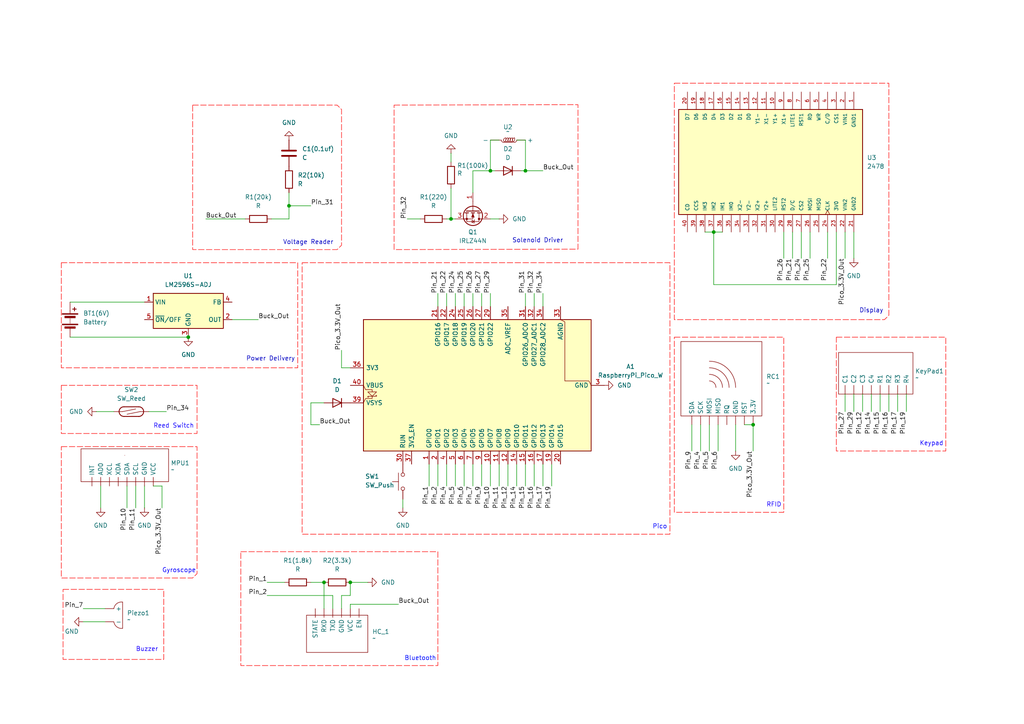
<source format=kicad_sch>
(kicad_sch (version 20250114) (generator "eeschema") (generator_version "9.0")
  (paper "A4")
  (lib_symbols
    (symbol "2478:2478" (pin_names (offset 1.016))
      (property "Reference" "U" (at -15.2631 28.6183 0))
      (property "Value" "2478" (at -15.262 -27.9803 0))
      (symbol "2478_0_0"
        (rectangle (start -15.24 -25.4) (end 15.24 27.94) (stroke (width 0.254)) (fill (type background)))
        (pin power_in line (at -20.32 25.4 0) (length 5.08) (name "GND1") (number "1"))
        (pin power_in line (at -20.32 22.86 0) (length 5.08) (name "VIN1") (number "2"))
        (pin input line (at -20.32 20.32 0) (length 5.08) (name "CS1") (number "3"))
        (pin input line (at -20.32 17.78 0) (length 5.08) (name "C/D") (number "4"))
        (pin input line (at -20.32 15.24 0) (length 5.08) (name "WR") (number "5"))
        (pin input line (at -20.32 12.7 0) (length 5.08) (name "RD") (number "6"))
        (pin input line (at -20.32 10.16 0) (length 5.08) (name "RST1") (number "7"))
        (pin input line (at -20.32 7.62 0) (length 5.08) (name "LITE1") (number "8"))
        (pin output line (at -20.32 5.08 0) (length 5.08) (name "X1+") (number "9"))
        (pin output line (at -20.32 2.54 0) (length 5.08) (name "Y1+") (number "10"))
        (pin output line (at -20.32 0 0) (length 5.08) (name "X1-") (number "11"))
        (pin output line (at -20.32 -2.54 0) (length 5.08) (name "Y1-") (number "12"))
        (pin bidirectional line (at -20.32 -5.08 0) (length 5.08) (name "D0") (number "13"))
        (pin bidirectional line (at -20.32 -7.62 0) (length 5.08) (name "D1") (number "14"))
        (pin bidirectional line (at -20.32 -10.16 0) (length 5.08) (name "D2") (number "15"))
        (pin bidirectional line (at -20.32 -12.7 0) (length 5.08) (name "D3") (number "16"))
        (pin bidirectional line (at -20.32 -15.24 0) (length 5.08) (name "D4") (number "17"))
        (pin bidirectional line (at -20.32 -17.78 0) (length 5.08) (name "D5") (number "18"))
        (pin bidirectional line (at -20.32 -20.32 0) (length 5.08) (name "D6") (number "19"))
        (pin bidirectional line (at -20.32 -22.86 0) (length 5.08) (name "D7") (number "20"))
        (pin power_in line (at 20.32 25.4 180) (length 5.08) (name "GND2") (number "21"))
        (pin power_in line (at 20.32 22.86 180) (length 5.08) (name "VIN2") (number "22"))
        (pin output line (at 20.32 20.32 180) (length 5.08) (name "3V0") (number "23"))
        (pin input clock (at 20.32 17.78 180) (length 5.08) (name "CLK") (number "24"))
        (pin output line (at 20.32 15.24 180) (length 5.08) (name "MISO") (number "25"))
        (pin input line (at 20.32 12.7 180) (length 5.08) (name "MOSI") (number "26"))
        (pin input line (at 20.32 10.16 180) (length 5.08) (name "CS2") (number "27"))
        (pin input line (at 20.32 7.62 180) (length 5.08) (name "D/C") (number "28"))
        (pin input line (at 20.32 5.08 180) (length 5.08) (name "RST2") (number "29"))
        (pin input line (at 20.32 2.54 180) (length 5.08) (name "LITE2") (number "30"))
        (pin output line (at 20.32 0 180) (length 5.08) (name "Y2+") (number "31"))
        (pin output line (at 20.32 -2.54 180) (length 5.08) (name "X2+") (number "32"))
        (pin output line (at 20.32 -5.08 180) (length 5.08) (name "Y2-") (number "33"))
        (pin output line (at 20.32 -7.62 180) (length 5.08) (name "X2-") (number "34"))
        (pin input line (at 20.32 -10.16 180) (length 5.08) (name "IM0") (number "35"))
        (pin input line (at 20.32 -12.7 180) (length 5.08) (name "IM1") (number "36"))
        (pin input line (at 20.32 -15.24 180) (length 5.08) (name "IM2") (number "37"))
        (pin input line (at 20.32 -17.78 180) (length 5.08) (name "IM3") (number "38"))
        (pin input line (at 20.32 -20.32 180) (length 5.08) (name "CCS") (number "39"))
        (pin output line (at 20.32 -22.86 180) (length 5.08) (name "CD") (number "40"))
      )
    )
    (symbol "Custom:4x4Keypad"
      (property "Reference" "KeyPad" (at 0 0 0))
      (symbol "4x4Keypad_0_1"
        (rectangle (start -10.795 1.905) (end 10.795 -10.16))
      )
      (symbol "4x4Keypad_1_1"
        (pin input line (at -8.89 -10.16 90) (length 2.54) (name "C1") (number ""))
        (pin input line (at -6.35 -10.16 90) (length 2.54) (name "C2") (number ""))
        (pin input line (at -3.81 -10.16 90) (length 2.54) (name "C3") (number ""))
        (pin input line (at -1.27 -10.16 90) (length 2.54) (name "C4") (number ""))
        (pin input line (at 1.27 -10.16 90) (length 2.54) (name "R1") (number ""))
        (pin input line (at 3.81 -10.16 90) (length 2.54) (name "R2") (number ""))
        (pin input line (at 6.35 -10.16 90) (length 2.54) (name "R3") (number ""))
        (pin input line (at 8.89 -10.16 90) (length 2.54) (name "R4") (number ""))
      )
    )
    (symbol "Custom:HC_05"
      (property "Reference" "HC_05" (at 0 0 0))
      (symbol "HC_05_0_1"
        (rectangle (start -8.89 1.27) (end 8.89 -9.525))
      )
      (symbol "HC_05_1_1"
        (pin input line (at -6.35 -11.43 90) (length 2.54) (name "EN") (number ""))
        (pin input line (at -3.81 -11.43 90) (length 2.54) (name "VCC") (number ""))
        (pin input line (at -1.27 -11.43 90) (length 2.54) (name "GND") (number ""))
        (pin input line (at 1.27 -11.43 90) (length 2.54) (name "TXD") (number ""))
        (pin input line (at 3.81 -11.43 90) (length 2.54) (name "RXD") (number ""))
        (pin input line (at 6.35 -11.43 90) (length 2.54) (name "STATE") (number ""))
      )
    )
    (symbol "Custom:HW-123"
      (property "Reference" "MPU" (at 0 0 0))
      (symbol "HW-123_0_1"
        (rectangle (start -12.065 1.905) (end 13.335 -7.62))
        (rectangle (start 0.635 0) (end 0.635 0))
      )
      (symbol "HW-123_1_1"
        (pin input line (at -8.89 -8.89 90) (length 2.54) (name "INT") (number ""))
        (pin input line (at -6.35 -8.89 90) (length 2.54) (name "AD0") (number ""))
        (pin input line (at -3.81 -8.89 90) (length 2.54) (name "XCL") (number ""))
        (pin input line (at -1.27 -8.89 90) (length 2.54) (name "XDA") (number ""))
        (pin input line (at 1.27 -8.89 90) (length 2.54) (name "SDA") (number ""))
        (pin input line (at 3.81 -8.89 90) (length 2.54) (name "SCL") (number ""))
        (pin input line (at 6.35 -8.89 90) (length 2.54) (name "GND") (number ""))
        (pin input line (at 8.89 -8.89 90) (length 2.54) (name "VCC") (number ""))
      )
    )
    (symbol "Custom:Piezo_Buzzer"
      (property "Reference" "Piezo" (at 0 0 0))
      (symbol "Piezo_Buzzer_0_1"
        (arc (start 1.27 -2.54) (mid 2.1455 -1.0614) (end 3.81 -0.635))
        (arc (start 3.81 -8.255) (mid 2.1455 -7.8286) (end 1.27 -6.35))
        (polyline (pts (xy 3.81 -0.635) (xy 3.81 -8.255)))
      )
      (symbol "Piezo_Buzzer_1_1"
        (pin input line (at -1.27 -2.54 0) (length 2.54) (name "+") (number ""))
        (pin input line (at -1.27 -6.35 0) (length 2.54) (name "-") (number ""))
      )
    )
    (symbol "Custom:RFID_RC522"
      (property "Reference" "RC552" (at 3.556 6.858 0))
      (symbol "RFID_RC522_0_1"
        (arc (start 0 1.27) (mid 4.0411 -0.4039) (end 5.715 -4.445))
        (arc (start 0 -2.54) (mid 1.347 -3.098) (end 1.905 -4.445))
        (arc (start 0 -0.635) (mid 2.6941 -1.7509) (end 3.81 -4.445))
        (arc (start 0 3.175) (mid 5.3882 0.9432) (end 7.62 -4.445))
        (rectangle (start 15.24 -12.7) (end -8.255 8.89))
      )
      (symbol "RFID_RC522_1_1"
        (pin input line (at -5.08 -15.24 90) (length 2.54) (name "SDA") (number ""))
        (pin input line (at -2.54 -15.24 90) (length 2.54) (name "SCK") (number ""))
        (pin input line (at 0 -15.24 90) (length 2.54) (name "MOSI") (number ""))
        (pin input line (at 2.54 -15.24 90) (length 2.54) (name "MISO") (number ""))
        (pin input line (at 5.08 -15.24 90) (length 2.54) (name "RQ") (number ""))
        (pin input line (at 7.62 -15.24 90) (length 2.54) (name "GND") (number ""))
        (pin input line (at 10.16 -15.24 90) (length 2.54) (name "RST") (number ""))
        (pin input line (at 12.7 -15.24 90) (length 2.54) (name "3.3V") (number ""))
      )
    )
    (symbol "Custom:Solenoid_5mm_P/P"
      (property "Reference" "U" (at 0 0 0))
      (symbol "Solenoid_5mm_P/P_0_1"
        (arc (start -3.81 -2.54) (mid -3.624 -2.091) (end -3.175 -1.905))
        (arc (start -3.175 -1.905) (mid -2.726 -2.091) (end -2.54 -2.54))
        (arc (start -2.54 -2.54) (mid -2.726 -2.989) (end -3.175 -3.175))
        (arc (start -2.54 -1.905) (mid -2.091 -2.091) (end -1.905 -2.54))
        (arc (start -1.905 -2.54) (mid -2.091 -2.989) (end -2.54 -3.175))
        (arc (start -2.54 -3.175) (mid -2.6715 -2.8575) (end -2.54 -2.54))
        (arc (start -3.175 -3.175) (mid -3.1205 -2.4085) (end -2.54 -1.905))
        (arc (start -2.54 -2.54) (mid -2.354 -2.091) (end -1.905 -1.905))
        (arc (start -1.905 -1.905) (mid -1.456 -2.091) (end -1.27 -2.54))
        (arc (start -1.27 -2.54) (mid -1.456 -2.989) (end -1.905 -3.175))
        (arc (start -1.905 -3.175) (mid -2.0365 -2.8575) (end -1.905 -2.54))
        (arc (start -1.905 -2.54) (mid -1.719 -2.091) (end -1.27 -1.905))
        (arc (start -1.27 -1.905) (mid -0.821 -2.091) (end -0.635 -2.54))
        (arc (start -0.635 -2.54) (mid -0.821 -2.989) (end -1.27 -3.175))
        (arc (start -1.27 -3.175) (mid -1.4015 -2.8575) (end -1.27 -2.54))
        (arc (start -1.27 -2.54) (mid -1.084 -2.091) (end -0.635 -1.905))
        (arc (start -0.635 -1.905) (mid -0.186 -2.091) (end 0 -2.54))
        (arc (start 0 -2.54) (mid -0.186 -2.989) (end -0.635 -3.175))
        (arc (start -0.635 -3.175) (mid -0.7665 -2.8575) (end -0.635 -2.54))
        (arc (start -0.635 -2.54) (mid -0.449 -2.091) (end 0 -1.905))
        (arc (start 0 -1.905) (mid 0.449 -2.091) (end 0.635 -2.54))
        (polyline (pts (xy 0.635 -2.54) (xy 1.27 -2.54)))
      )
      (symbol "Solenoid_5mm_P/P_1_1"
        (pin input line (at -3.81 -2.54 180) (length 2.54) (name "+") (number ""))
        (pin input line (at 1.27 -2.54 0) (length 2.54) (name "-") (number ""))
      )
    )
    (symbol "Device:Battery" (pin_numbers (hide yes)) (pin_names (offset 0) (hide yes))
      (property "Reference" "BT" (at 2.54 2.54 0))
      (property "Value" "Battery" (at 2.54 0 0))
      (symbol "Battery_0_1"
        (rectangle (start -2.286 1.778) (end 2.286 1.524) (fill (type outline)))
        (rectangle (start -2.286 -1.27) (end 2.286 -1.524) (fill (type outline)))
        (rectangle (start -1.524 1.016) (end 1.524 0.508) (fill (type outline)))
        (rectangle (start -1.524 -2.032) (end 1.524 -2.54) (fill (type outline)))
        (polyline (pts (xy 0 1.778) (xy 0 2.54)))
        (polyline (pts (xy 0 0) (xy 0 0.254)))
        (polyline (pts (xy 0 -0.508) (xy 0 -0.254)))
        (polyline (pts (xy 0 -1.016) (xy 0 -0.762)))
        (polyline (pts (xy 0.762 3.048) (xy 1.778 3.048)) (stroke (width 0.254)))
        (polyline (pts (xy 1.27 3.556) (xy 1.27 2.54)) (stroke (width 0.254)))
      )
      (symbol "Battery_1_1"
        (pin passive line (at 0 5.08 270) (length 2.54) (name "+") (number "1"))
        (pin passive line (at 0 -5.08 90) (length 2.54) (name "-") (number "2"))
      )
    )
    (symbol "Device:C" (pin_numbers (hide yes)) (pin_names (offset 0.254))
      (property "Reference" "C" (at 0.635 2.54 0))
      (property "Value" "C" (at 0.635 -2.54 0))
      (symbol "C_0_1"
        (polyline (pts (xy -2.032 0.762) (xy 2.032 0.762)) (stroke (width 0.508)))
        (polyline (pts (xy -2.032 -0.762) (xy 2.032 -0.762)) (stroke (width 0.508)))
      )
      (symbol "C_1_1"
        (pin passive line (at 0 3.81 270) (length 2.794) (name "~") (number "1"))
        (pin passive line (at 0 -3.81 90) (length 2.794) (name "~") (number "2"))
      )
    )
    (symbol "Device:D" (pin_numbers (hide yes)) (pin_names (offset 1.016) (hide yes))
      (property "Reference" "D" (at 0 2.54 0))
      (property "Value" "D" (at 0 -2.54 0))
      (symbol "D_0_1"
        (polyline (pts (xy -1.27 1.27) (xy -1.27 -1.27)) (stroke (width 0.254)))
        (polyline (pts (xy 1.27 1.27) (xy 1.27 -1.27) (xy -1.27 0) (xy 1.27 1.27)) (stroke (width 0.254)))
        (polyline (pts (xy 1.27 0) (xy -1.27 0)))
      )
      (symbol "D_1_1"
        (pin passive line (at -3.81 0 0) (length 2.54) (name "K") (number "1"))
        (pin passive line (at 3.81 0 180) (length 2.54) (name "A") (number "2"))
      )
    )
    (symbol "Device:R" (pin_numbers (hide yes)) (pin_names (offset 0))
      (property "Reference" "R" (at 2.032 0 90))
      (property "Value" "R" (at 0 0 90))
      (symbol "R_0_1"
        (rectangle (start -1.016 -2.54) (end 1.016 2.54) (stroke (width 0.254)))
      )
      (symbol "R_1_1"
        (pin passive line (at 0 3.81 270) (length 1.27) (name "~") (number "1"))
        (pin passive line (at 0 -3.81 90) (length 1.27) (name "~") (number "2"))
      )
    )
    (symbol "MCU_Module:RaspberryPi_Pico_W" (pin_names (offset 0.762))
      (property "Reference" "A" (at -19.05 35.56 0))
      (property "Value" "RaspberryPi_Pico_W" (at 7.62 35.56 0))
      (symbol "RaspberryPi_Pico_W_0_1"
        (rectangle (start -19.05 34.29) (end 19.05 -31.75) (stroke (width 0.254)) (fill (type background)))
        (polyline (pts (xy -5.08 34.29) (xy -3.81 33.655) (xy -3.81 31.75) (xy -3.175 31.75)))
        (polyline (pts (xy -3.429 32.766) (xy -3.429 33.02) (xy -3.175 33.02) (xy -3.175 30.48) (xy -2.921 30.48) (xy -2.921 30.734)))
        (polyline (pts (xy -3.175 31.75) (xy -1.905 33.02) (xy -1.905 30.48) (xy -3.175 31.75)))
        (polyline (pts (xy 0 34.29) (xy -1.27 33.655) (xy -1.27 31.75) (xy -1.905 31.75)))
        (polyline (pts (xy 0 -31.75) (xy 1.27 -31.115) (xy 1.27 -24.13) (xy 18.415 -24.13) (xy 19.05 -22.86)))
      )
      (symbol "RaspberryPi_Pico_W_1_1"
        (pin passive line (at -22.86 22.86 0) (length 3.81) (name "RUN") (number "30"))
        (pin passive line (at -22.86 20.32 0) (length 3.81) (name "3V3_EN") (number "37"))
        (pin bidirectional line (at -22.86 15.24 0) (length 3.81) (name "GPIO0") (number "1"))
        (pin bidirectional line (at -22.86 12.7 0) (length 3.81) (name "GPIO1") (number "2"))
        (pin bidirectional line (at -22.86 10.16 0) (length 3.81) (name "GPIO2") (number "4"))
        (pin bidirectional line (at -22.86 7.62 0) (length 3.81) (name "GPIO3") (number "5"))
        (pin bidirectional line (at -22.86 5.08 0) (length 3.81) (name "GPIO4") (number "6"))
        (pin bidirectional line (at -22.86 2.54 0) (length 3.81) (name "GPIO5") (number "7"))
        (pin bidirectional line (at -22.86 0 0) (length 3.81) (name "GPIO6") (number "9"))
        (pin bidirectional line (at -22.86 -2.54 0) (length 3.81) (name "GPIO7") (number "10"))
        (pin bidirectional line (at -22.86 -5.08 0) (length 3.81) (name "GPIO8") (number "11"))
        (pin bidirectional line (at -22.86 -7.62 0) (length 3.81) (name "GPIO9") (number "12"))
        (pin bidirectional line (at -22.86 -10.16 0) (length 3.81) (name "GPIO10") (number "14"))
        (pin bidirectional line (at -22.86 -12.7 0) (length 3.81) (name "GPIO11") (number "15"))
        (pin bidirectional line (at -22.86 -15.24 0) (length 3.81) (name "GPIO12") (number "16"))
        (pin bidirectional line (at -22.86 -17.78 0) (length 3.81) (name "GPIO13") (number "17"))
        (pin bidirectional line (at -22.86 -20.32 0) (length 3.81) (name "GPIO14") (number "19"))
        (pin bidirectional line (at -22.86 -22.86 0) (length 3.81) (name "GPIO15") (number "20"))
        (pin power_in line (at -5.08 38.1 270) (length 3.81) (name "VSYS") (number "39"))
        (pin power_out line (at 0 38.1 270) (length 3.81) (name "VBUS") (number "40"))
        (pin passive line (at 0 -35.56 90) (length 3.81) (hide yes) (name "GND") (number "13"))
        (pin passive line (at 0 -35.56 90) (length 3.81) (hide yes) (name "GND") (number "18"))
        (pin passive line (at 0 -35.56 90) (length 3.81) (hide yes) (name "GND") (number "23"))
        (pin passive line (at 0 -35.56 90) (length 3.81) (hide yes) (name "GND") (number "28"))
        (pin power_out line (at 0 -35.56 90) (length 3.81) (name "GND") (number "3"))
        (pin passive line (at 0 -35.56 90) (length 3.81) (hide yes) (name "GND") (number "38"))
        (pin passive line (at 0 -35.56 90) (length 3.81) (hide yes) (name "GND") (number "8"))
        (pin power_out line (at 5.08 38.1 270) (length 3.81) (name "3V3") (number "36"))
        (pin bidirectional line (at 22.86 12.7 180) (length 3.81) (name "GPIO16") (number "21"))
        (pin bidirectional line (at 22.86 10.16 180) (length 3.81) (name "GPIO17") (number "22"))
        (pin bidirectional line (at 22.86 7.62 180) (length 3.81) (name "GPIO18") (number "24"))
        (pin bidirectional line (at 22.86 5.08 180) (length 3.81) (name "GPIO19") (number "25"))
        (pin bidirectional line (at 22.86 2.54 180) (length 3.81) (name "GPIO20") (number "26"))
        (pin bidirectional line (at 22.86 0 180) (length 3.81) (name "GPIO21") (number "27"))
        (pin bidirectional line (at 22.86 -2.54 180) (length 3.81) (name "GPIO22") (number "29"))
        (pin power_in line (at 22.86 -7.62 180) (length 3.81) (name "ADC_VREF") (number "35"))
        (pin bidirectional line (at 22.86 -12.7 180) (length 3.81) (name "GPIO26_ADC0") (number "31"))
        (pin bidirectional line (at 22.86 -15.24 180) (length 3.81) (name "GPIO27_ADC1") (number "32"))
        (pin bidirectional line (at 22.86 -17.78 180) (length 3.81) (name "GPIO28_ADC2") (number "34"))
        (pin power_out line (at 22.86 -22.86 180) (length 3.81) (name "AGND") (number "33"))
      )
    )
    (symbol "Regulator_Switching:LM2596S-ADJ"
      (property "Reference" "U" (at -10.16 6.35 0))
      (property "Value" "LM2596S-ADJ" (at 0 6.35 0))
      (symbol "LM2596S-ADJ_0_1"
        (rectangle (start -10.16 5.08) (end 10.16 -5.08) (stroke (width 0.254)) (fill (type background)))
      )
      (symbol "LM2596S-ADJ_1_1"
        (pin power_in line (at -12.7 2.54 0) (length 2.54) (name "VIN") (number "1"))
        (pin input line (at -12.7 -2.54 0) (length 2.54) (name "~{ON}/OFF") (number "5"))
        (pin power_in line (at 0 -7.62 90) (length 2.54) (name "GND") (number "3"))
        (pin input line (at 12.7 2.54 180) (length 2.54) (name "FB") (number "4"))
        (pin output line (at 12.7 -2.54 180) (length 2.54) (name "OUT") (number "2"))
      )
    )
    (symbol "Switch:SW_Push" (pin_numbers (hide yes)) (pin_names (offset 1.016) (hide yes))
      (property "Reference" "SW" (at 1.27 2.54 0))
      (property "Value" "SW_Push" (at 0 -1.524 0))
      (symbol "SW_Push_0_1"
        (circle (center -2.032 0) (radius 0.508))
        (polyline (pts (xy 0 1.27) (xy 0 3.048)))
        (circle (center 2.032 0) (radius 0.508))
        (polyline (pts (xy 2.54 1.27) (xy -2.54 1.27)))
        (pin passive line (at -5.08 0 0) (length 2.54) (name "1") (number "1"))
        (pin passive line (at 5.08 0 180) (length 2.54) (name "2") (number "2"))
      )
    )
    (symbol "Switch:SW_Reed" (pin_numbers (hide yes)) (pin_names (offset 0) (hide yes))
      (property "Reference" "SW" (at 0 2.54 0))
      (property "Value" "SW_Reed" (at 0 -2.54 0))
      (symbol "SW_Reed_0_0"
        (polyline (pts (xy -2.54 0) (xy 1.27 0.762)))
        (polyline (pts (xy -2.159 -1.397) (xy 2.286 -1.397)) (stroke (width 0.254)))
        (arc (start -2.159 -1.397) (mid -3.55 0) (end -2.159 1.397) (stroke (width 0.254)))
        (arc (start 2.159 1.397) (mid 3.55 0) (end 2.159 -1.397) (stroke (width 0.254)))
        (polyline (pts (xy 2.159 1.397) (xy -2.159 1.397)) (stroke (width 0.254)))
        (polyline (pts (xy 2.54 0) (xy -1.27 -0.762)))
      )
      (symbol "SW_Reed_1_1"
        (pin passive line (at -5.08 0 0) (length 2.54) (name "1") (number "1"))
        (pin passive line (at 5.08 0 180) (length 2.54) (name "2") (number "2"))
      )
    )
    (symbol "Transistor_FET:IRLZ44N" (pin_names (hide yes))
      (property "Reference" "Q" (at 5.08 1.905 0))
      (property "Value" "IRLZ44N" (at 5.08 0 0))
      (symbol "IRLZ44N_0_1"
        (polyline (pts (xy 0.254 1.905) (xy 0.254 -1.905)) (stroke (width 0.254)))
        (polyline (pts (xy 0.254 0) (xy -2.54 0)))
        (polyline (pts (xy 0.762 2.286) (xy 0.762 1.27)) (stroke (width 0.254)))
        (polyline (pts (xy 0.762 0.508) (xy 0.762 -0.508)) (stroke (width 0.254)))
        (polyline (pts (xy 0.762 -1.27) (xy 0.762 -2.286)) (stroke (width 0.254)))
        (polyline (pts (xy 0.762 -1.778) (xy 3.302 -1.778) (xy 3.302 1.778) (xy 0.762 1.778)))
        (polyline (pts (xy 1.016 0) (xy 2.032 0.381) (xy 2.032 -0.381) (xy 1.016 0)) (fill (type outline)))
        (circle (center 1.651 0) (radius 2.794) (stroke (width 0.254)))
        (polyline (pts (xy 2.54 2.54) (xy 2.54 1.778)))
        (circle (center 2.54 1.778) (radius 0.254) (fill (type outline)))
        (circle (center 2.54 -1.778) (radius 0.254) (fill (type outline)))
        (polyline (pts (xy 2.54 -2.54) (xy 2.54 0) (xy 0.762 0)))
        (polyline (pts (xy 2.794 0.508) (xy 2.921 0.381) (xy 3.683 0.381) (xy 3.81 0.254)))
        (polyline (pts (xy 3.302 0.381) (xy 2.921 -0.254) (xy 3.683 -0.254) (xy 3.302 0.381)))
      )
      (symbol "IRLZ44N_1_1"
        (pin input line (at -5.08 0 0) (length 2.54) (name "G") (number "1"))
        (pin passive line (at 2.54 5.08 270) (length 2.54) (name "D") (number "2"))
        (pin passive line (at 2.54 -5.08 90) (length 2.54) (name "S") (number "3"))
      )
    )
    (symbol "power:GND" (power) (pin_numbers (hide yes)) (pin_names (offset 0) (hide yes))
      (property "Value" "GND" (at 0 -3.81 0))
      (symbol "GND_0_1"
        (polyline (pts (xy 0 0) (xy 0 -1.27) (xy 1.27 -1.27) (xy 0 -2.54) (xy -1.27 -1.27) (xy 0 -1.27)))
      )
      (symbol "GND_1_1"
        (pin power_in line (at 0 0 270) (length 0) (name "~") (number "1"))
      )
    )
  )
  (text "Solenoid Driver\n" (at 155.956 69.85 0) (effects (font (size 1.27 1.27))))
  (text "Display\n\n" (at 252.73 91.186 0) (effects (font (size 1.27 1.27))))
  (text "Voltage Reader\n" (at 89.408 70.358 0) (effects (font (size 1.27 1.27))))
  (text "Power Delivery\n\n" (at 78.486 105.156 0) (effects (font (size 1.27 1.27))))
  (text "Bluetooth" (at 121.92 191.008 0) (effects (font (size 1.27 1.27))))
  (junction (at 142.24 49.53))
  (junction (at 54.61 97.79))
  (junction (at 101.6 168.91))
  (junction (at 218.44 123.19))
  (junction (at 207.01 67.31))
  (junction (at 130.81 63.5))
  (junction (at 93.98 168.91))
  (junction (at 152.4 49.53))
  (junction (at 83.82 59.69))
  (wire (pts (xy 24.13 180.34) (xy 30.48 180.34)))
  (wire (pts (xy 27.94 119.38) (xy 33.02 119.38)))
  (wire (pts (xy 132.08 134.62) (xy 132.08 140.97)))
  (wire (pts (xy 152.4 134.62) (xy 152.4 140.97)))
  (wire (pts (xy 90.17 168.91) (xy 93.98 168.91)))
  (wire (pts (xy 59.69 63.5) (xy 71.12 63.5)))
  (wire (pts (xy 129.54 63.5) (xy 130.81 63.5)))
  (wire (pts (xy 20.32 97.79) (xy 54.61 97.79)))
  (wire (pts (xy 207.01 67.31) (xy 207.01 82.55)))
  (wire (pts (xy 130.81 44.45) (xy 130.81 46.99)))
  (wire (pts (xy 134.62 85.09) (xy 134.62 88.9)))
  (wire (pts (xy 90.17 123.19) (xy 92.71 123.19)))
  (wire (pts (xy 130.81 54.61) (xy 130.81 63.5)))
  (wire (pts (xy 142.24 49.53) (xy 143.51 49.53)))
  (wire (pts (xy 43.18 119.38) (xy 48.26 119.38)))
  (wire (pts (xy 160.02 134.62) (xy 160.02 140.97)))
  (wire (pts (xy 157.48 85.09) (xy 157.48 88.9)))
  (wire (pts (xy 137.16 55.88) (xy 137.16 49.53)))
  (wire (pts (xy 90.17 116.84) (xy 93.98 116.84)))
  (wire (pts (xy 234.95 67.31) (xy 234.95 74.93)))
  (wire (pts (xy 149.86 134.62) (xy 149.86 140.97)))
  (wire (pts (xy 101.6 168.91) (xy 106.68 168.91)))
  (wire (pts (xy 115.57 175.26) (xy 101.6 175.26)))
  (wire (pts (xy 247.65 114.3) (xy 247.65 119.38)))
  (wire (pts (xy 101.6 175.26) (xy 101.6 176.53)))
  (wire (pts (xy 208.28 123.19) (xy 208.28 130.81)))
  (wire (pts (xy 257.81 114.3) (xy 257.81 119.38)))
  (wire (pts (xy 232.41 67.31) (xy 232.41 74.93)))
  (wire (pts (xy 157.48 134.62) (xy 157.48 140.97)))
  (wire (pts (xy 152.4 49.53) (xy 157.48 49.53)))
  (wire (pts (xy 142.24 63.5) (xy 144.78 63.5)))
  (wire (pts (xy 147.32 134.62) (xy 147.32 140.97)))
  (wire (pts (xy 46.99 140.97) (xy 44.45 140.97)))
  (wire (pts (xy 137.16 49.53) (xy 142.24 49.53)))
  (wire (pts (xy 240.03 67.31) (xy 240.03 74.93)))
  (wire (pts (xy 247.65 67.31) (xy 247.65 74.93)))
  (wire (pts (xy 144.78 134.62) (xy 144.78 140.97)))
  (wire (pts (xy 29.21 140.97) (xy 29.21 147.32)))
  (wire (pts (xy 134.62 134.62) (xy 134.62 140.97)))
  (wire (pts (xy 245.11 67.31) (xy 245.11 74.93)))
  (wire (pts (xy 242.57 67.31) (xy 242.57 82.55)))
  (wire (pts (xy 101.6 172.72) (xy 101.6 168.91)))
  (wire (pts (xy 83.82 63.5) (xy 83.82 59.69)))
  (wire (pts (xy 139.7 134.62) (xy 139.7 140.97)))
  (wire (pts (xy 262.89 114.3) (xy 262.89 119.38)))
  (wire (pts (xy 39.37 140.97) (xy 39.37 147.32)))
  (wire (pts (xy 90.17 116.84) (xy 90.17 123.19)))
  (wire (pts (xy 227.33 67.31) (xy 227.33 74.93)))
  (wire (pts (xy 218.44 123.19) (xy 218.44 130.81)))
  (wire (pts (xy 152.4 49.53) (xy 151.13 49.53)))
  (wire (pts (xy 142.24 134.62) (xy 142.24 140.97)))
  (wire (pts (xy 99.06 176.53) (xy 99.06 172.72)))
  (wire (pts (xy 130.81 63.5) (xy 132.08 63.5)))
  (wire (pts (xy 144.78 40.64) (xy 142.24 40.64)))
  (wire (pts (xy 142.24 85.09) (xy 142.24 88.9)))
  (wire (pts (xy 132.08 85.09) (xy 132.08 88.9)))
  (wire (pts (xy 260.35 114.3) (xy 260.35 119.38)))
  (wire (pts (xy 77.47 168.91) (xy 82.55 168.91)))
  (wire (pts (xy 90.17 59.69) (xy 83.82 59.69)))
  (wire (pts (xy 154.94 85.09) (xy 154.94 88.9)))
  (wire (pts (xy 93.98 168.91) (xy 93.98 176.53)))
  (wire (pts (xy 252.73 114.3) (xy 252.73 119.38)))
  (wire (pts (xy 118.11 63.5) (xy 121.92 63.5)))
  (wire (pts (xy 41.91 140.97) (xy 41.91 147.32)))
  (wire (pts (xy 46.99 147.32) (xy 46.99 140.97)))
  (wire (pts (xy 204.47 67.31) (xy 207.01 67.31)))
  (wire (pts (xy 129.54 85.09) (xy 129.54 88.9)))
  (wire (pts (xy 67.31 92.71) (xy 74.93 92.71)))
  (wire (pts (xy 77.47 172.72) (xy 96.52 172.72)))
  (wire (pts (xy 207.01 67.31) (xy 209.55 67.31)))
  (wire (pts (xy 152.4 40.64) (xy 152.4 49.53)))
  (wire (pts (xy 139.7 85.09) (xy 139.7 88.9)))
  (wire (pts (xy 20.32 87.63) (xy 41.91 87.63)))
  (wire (pts (xy 250.19 114.3) (xy 250.19 119.38)))
  (wire (pts (xy 154.94 134.62) (xy 154.94 140.97)))
  (wire (pts (xy 99.06 106.68) (xy 101.6 106.68)))
  (wire (pts (xy 215.9 123.19) (xy 218.44 123.19)))
  (wire (pts (xy 99.06 101.6) (xy 99.06 106.68)))
  (wire (pts (xy 36.83 140.97) (xy 36.83 147.32)))
  (wire (pts (xy 149.86 40.64) (xy 152.4 40.64)))
  (wire (pts (xy 116.84 144.78) (xy 116.84 147.32)))
  (wire (pts (xy 255.27 114.3) (xy 255.27 119.38)))
  (wire (pts (xy 200.66 123.19) (xy 200.66 130.81)))
  (wire (pts (xy 245.11 114.3) (xy 245.11 119.38)))
  (wire (pts (xy 142.24 40.64) (xy 142.24 49.53)))
  (wire (pts (xy 78.74 63.5) (xy 83.82 63.5)))
  (wire (pts (xy 83.82 59.69) (xy 83.82 55.88)))
  (wire (pts (xy 137.16 85.09) (xy 137.16 88.9)))
  (wire (pts (xy 203.2 123.19) (xy 203.2 130.81)))
  (wire (pts (xy 96.52 172.72) (xy 96.52 176.53)))
  (wire (pts (xy 137.16 134.62) (xy 137.16 140.97)))
  (wire (pts (xy 242.57 82.55) (xy 207.01 82.55)))
  (wire (pts (xy 127 85.09) (xy 127 88.9)))
  (wire (pts (xy 152.4 85.09) (xy 152.4 88.9)))
  (wire (pts (xy 205.74 123.19) (xy 205.74 130.81)))
  (wire (pts (xy 124.46 134.62) (xy 124.46 140.97)))
  (wire (pts (xy 229.87 67.31) (xy 229.87 74.93)))
  (wire (pts (xy 129.54 134.62) (xy 129.54 140.97)))
  (wire (pts (xy 24.13 176.53) (xy 30.48 176.53)))
  (wire (pts (xy 99.06 172.72) (xy 101.6 172.72)))
  (wire (pts (xy 213.36 123.19) (xy 213.36 130.81)))
  (wire (pts (xy 127 134.62) (xy 127 140.97)))
  (label "Pin_5" (at 132.08 140.97 270))
  (label "Pin_14" (at 149.86 140.97 270))
  (label "Pin_7" (at 24.13 176.53 180))
  (label "Pin_11" (at 39.37 147.32 270))
  (label "Pin_26" (at 227.33 74.93 270))
  (label "Pin_9" (at 200.66 130.81 270))
  (label "Pin_31" (at 152.4 85.09 90))
  (label "Pin_25" (at 134.62 85.09 90))
  (label "PIn_21" (at 229.87 74.93 270))
  (label "Pin_10" (at 36.83 147.32 270))
  (label "Pin_12" (at 147.32 140.97 270))
  (label "Pin_1" (at 77.47 168.91 180))
  (label "Pin_34" (at 157.48 85.09 90))
  (label "Pin_4" (at 129.54 140.97 270))
  (label "Pin_11" (at 144.78 140.97 270))
  (label "Reed Switch" (at 44.45 124.46 0))
  (label "Pin_2" (at 77.47 172.72 180))
  (label "Pico" (at 189.23 153.67 0))
  (label "Pin_17" (at 260.35 119.38 270))
  (label "Pin_16" (at 154.94 140.97 270))
  (label "Pin_6" (at 134.62 140.97 270))
  (label "Pin_32" (at 154.94 85.09 90))
  (label "Pin_24" (at 232.41 74.93 270))
  (label "Buck_Out" (at 92.71 123.19 0))
  (label "Pin_10" (at 142.24 140.97 270))
  (label "Pin_2" (at 127 140.97 270))
  (label "Gyroscope" (at 46.99 166.37 0))
  (label "Buzzer" (at 39.37 189.23 0))
  (label "Pin_17" (at 157.48 140.97 270))
  (label "Pico_3.3V_Out" (at 46.99 147.32 270))
  (label "Pin_27" (at 245.11 119.38 270))
  (label "Buck_Out" (at 157.48 49.53 0))
  (label "Pin_1" (at 124.46 140.97 270))
  (label "Pin_24" (at 132.08 85.09 90))
  (label "Pin_27" (at 139.7 85.09 90))
  (label "Keypad" (at 266.7 129.54 0))
  (label "Pin_19" (at 160.02 140.97 270))
  (label "Buck_Out" (at 74.93 92.71 0))
  (label "RFID" (at 222.25 147.32 0))
  (label "Pin_15" (at 255.27 119.38 270))
  (label "Pin_32" (at 118.11 63.5 90))
  (label "Pin_6" (at 208.28 130.81 270))
  (label "Pin_4" (at 203.2 130.81 270))
  (label "Pin_7" (at 137.16 140.97 270))
  (label "Buck_Out" (at 59.69 63.5 0))
  (label "Pin_12" (at 250.19 119.38 270))
  (label "Pin_14" (at 252.73 119.38 270))
  (label "Pin_9" (at 139.7 140.97 270))
  (label "Pin_29" (at 247.65 119.38 270))
  (label "Pin_5" (at 205.74 130.81 270))
  (label "Pin_15" (at 152.4 140.97 270))
  (label "Pico_3.3V_Out" (at 218.44 130.81 270))
  (label "Pin_22" (at 240.03 74.93 270))
  (label "Buck_Out" (at 115.57 175.26 0))
  (label "Pin_22" (at 129.54 85.09 90))
  (label "Pin_16" (at 257.81 119.38 270))
  (label "Pin_26" (at 137.16 85.09 90))
  (label "Pico_3.3V_Out" (at 245.11 74.93 270))
  (label "Pin_34" (at 48.26 119.38 0))
  (label "Pin_31" (at 90.17 59.69 0))
  (label "Pico_3.3V_Out" (at 99.06 101.6 90))
  (label "Pin_29" (at 142.24 85.09 90))
  (label "Pin_21" (at 127 85.09 90))
  (label "Pin_19" (at 262.89 119.38 270))
  (label "Pin_25" (at 234.95 74.93 270))
  (rule_area (polyline (pts (xy 17.78 76.2) (xy 86.36 76.2) (xy 86.36 106.68) (xy 17.78 106.68)) (stroke (width 0) (type dash))))
  (rule_area (polyline (pts (xy 114.3 30.48) (xy 167.64 30.353) (xy 167.64 72.263) (xy 114.3 72.39)) (stroke (width 0) (type dash))))
  (rule_area (polyline (pts (xy 195.58 97.79) (xy 227.33 97.79) (xy 227.33 148.59) (xy 195.58 148.59)) (stroke (width 0) (type dash))))
  (rule_area (polyline (pts (xy 55.88 30.48) (xy 97.79 30.48) (xy 99.06 31.75) (xy 99.06 71.12) (xy 97.79 72.39) (xy 55.88 72.39)) (stroke (width 0) (type dash))))
  (rule_area (polyline (pts (xy 17.78 111.76) (xy 57.15 111.76) (xy 57.15 125.73) (xy 17.78 125.73)) (stroke (width 0) (type dash))))
  (rule_area (polyline (pts (xy 69.85 160.02) (xy 127 160.02) (xy 127 193.04) (xy 69.85 193.04)) (stroke (width 0) (type dash))))
  (rule_area (polyline (pts (xy 17.78 129.54) (xy 57.15 129.54) (xy 57.15 166.37) (xy 55.88 167.64) (xy 17.78 167.64)) (stroke (width 0) (type dash))))
  (rule_area (polyline (pts (xy 87.63 76.2) (xy 194.31 76.2) (xy 194.31 154.94) (xy 87.63 154.94)) (stroke (width 0) (type dash))))
  (rule_area (polyline (pts (xy 195.58 24.13) (xy 257.81 24.13) (xy 257.81 91.44) (xy 256.54 92.71) (xy 195.58 92.71)) (stroke (width 0) (type dash))))
  (rule_area (polyline (pts (xy 242.57 97.79) (xy 274.32 97.79) (xy 274.32 130.81) (xy 242.57 130.81)) (stroke (width 0) (type dash))))
  (rule_area (polyline (pts (xy 18.288 170.942) (xy 47.498 170.942) (xy 47.498 191.262) (xy 18.288 191.262)) (stroke (width 0) (type dash))))
  (symbol (lib_id "Device:R") (at 130.81 50.8 0) (unit 1)
    (property "Reference" "R1(100k)" (at 132.588 48.006 0) (effects (justify left)))
    (property "Value" "R" (at 132.588 50.292 0) (effects (justify left)))
    (property "Description" "Resistor" (effects (hide yes)))
  )
  (symbol (lib_id "power:GND") (at 106.68 168.91 90) (unit 1)
    (property "Reference" "#PWR013" (effects (hide yes)))
    (property "Value" "GND" (at 110.49 168.9099 90) (effects (justify right)))
    (property "Description" "Power symbol creates a global label with name \"GND\" , ground" (effects (hide yes)))
  )
  (symbol (lib_id "Device:R") (at 83.82 52.07 0) (unit 1)
    (property "Reference" "R2(10k)" (at 86.36 50.7999 0) (effects (justify left)))
    (property "Value" "R" (at 86.36 53.3399 0) (effects (justify left)))
    (property "Description" "Resistor" (effects (hide yes)))
  )
  (symbol (lib_id "Device:C") (at 83.82 44.45 0) (unit 1)
    (property "Reference" "C1(0.1uf)" (at 87.63 43.1799 0) (effects (justify left)))
    (property "Value" "C" (at 87.63 45.7199 0) (effects (justify left)))
    (property "Description" "Unpolarized capacitor" (effects (hide yes)))
  )
  (symbol (lib_id "power:GND") (at 213.36 130.81 0) (unit 1)
    (property "Reference" "#PWR07" (effects (hide yes)))
    (property "Value" "GND" (at 213.36 135.89 0))
    (property "Description" "Power symbol creates a global label with name \"GND\" , ground" (effects (hide yes)))
  )
  (symbol (lib_id "power:GND") (at 130.81 44.45 180) (unit 1)
    (property "Reference" "#PWR012" (effects (hide yes)))
    (property "Value" "GND" (at 130.81 39.37 0))
    (property "Description" "Power symbol creates a global label with name \"GND\" , ground" (effects (hide yes)))
  )
  (symbol (lib_id "power:GND") (at 175.26 111.76 90) (unit 1)
    (property "Reference" "#PWR01" (effects (hide yes)))
    (property "Value" "GND" (at 179.07 111.7599 90) (effects (justify right)))
    (property "Description" "Power symbol creates a global label with name \"GND\" , ground" (effects (hide yes)))
  )
  (symbol (lib_id "Custom:HC_05") (at 97.79 187.96 180) (unit 1)
    (property "Reference" "HC_1" (at 107.95 183.1974 0) (effects (justify right)))
    (property "Value" "~" (at 107.95 185.1025 0) (effects (justify right)))
  )
  (symbol (lib_id "2478:2478") (at 222.25 46.99 270) (unit 1)
    (property "Reference" "U3" (at 251.46 45.7199 90) (effects (justify left)))
    (property "Value" "2478" (at 251.46 48.2599 90) (effects (justify left)))
    (property "Footprint" "ADAFRUIT_2478" (effects (hide yes)))
    (property "MANUFACTURER" "Adafruit Industries LLC" (effects (hide yes)))
  )
  (symbol (lib_id "Custom:HW-123") (at 35.56 132.08 0) (unit 1)
    (property "Reference" "MPU1" (at 49.53 134.3024 0) (effects (justify left)))
    (property "Value" "~" (at 49.53 136.2075 0) (effects (justify left)))
  )
  (symbol (lib_id "Device:R") (at 97.79 168.91 90) (unit 1)
    (property "Reference" "R2(3.3k)" (at 97.79 162.56 90))
    (property "Value" "R" (at 97.79 165.1 90))
    (property "Description" "Resistor" (effects (hide yes)))
  )
  (symbol (lib_id "power:GND") (at 83.82 40.64 180) (unit 1)
    (property "Reference" "#PWR03" (effects (hide yes)))
    (property "Value" "GND" (at 83.82 35.56 0))
    (property "Description" "Power symbol creates a global label with name \"GND\" , ground" (effects (hide yes)))
  )
  (symbol (lib_id "Device:D") (at 147.32 49.53 180) (unit 1)
    (property "Reference" "D2" (at 147.32 43.18 0))
    (property "Value" "D" (at 147.32 45.72 0))
    (property "Description" "Diode" (effects (hide yes)))
    (property "Sim.Device" "D" (effects (hide yes)))
    (property "Sim.Pins" "1=K 2=A" (effects (hide yes)))
  )
  (symbol (lib_id "Custom:Solenoid_5mm_P/P") (at 146.05 43.18 180) (unit 1)
    (property "Reference" "U2" (at 147.32 36.83 0))
    (property "Value" "~" (at 147.32 38.1 0))
  )
  (symbol (lib_id "Switch:SW_Push") (at 116.84 139.7 90) (unit 1)
    (property "Reference" "SW1" (at 105.918 138.176 90) (effects (justify right)))
    (property "Value" "SW_Push" (at 105.918 140.716 90) (effects (justify right)))
    (property "Description" "Push button switch, generic, two pins" (effects (hide yes)))
  )
  (symbol (lib_id "Device:Battery") (at 20.32 92.71 0) (unit 1)
    (property "Reference" "BT1(6V)" (at 24.13 90.8684 0) (effects (justify left)))
    (property "Value" "Battery" (at 24.13 93.4084 0) (effects (justify left)))
    (property "Description" "Multiple-cell battery" (effects (hide yes)))
  )
  (symbol (lib_id "MCU_Module:RaspberryPi_Pico_W") (at 139.7 111.76 90) (unit 1)
    (property "Reference" "A1" (at 182.88 106.3146 90))
    (property "Value" "RaspberryPi_Pico_W" (at 182.88 108.8546 90))
    (property "Footprint" "Module:RaspberryPi_Pico_W_SMD_HandSolder" (effects (hide yes)))
    (property "Datasheet" "https://datasheets.raspberrypi.com/picow/pico-w-datasheet.pdf" (effects (hide yes)))
    (property "Description" "Versatile and inexpensive wireless microcontroller module powered by RP2040 dual-core Arm Cortex-M0+ processor up to 133 MHz, 264kB SRAM, 2MB QSPI flash, Infineon CYW43439 2.4GHz 802.11n wireless LAN; also supports Raspberry Pi Pico 2 W" (effects (hide yes)))
  )
  (symbol (lib_id "Custom:Piezo_Buzzer") (at 31.75 173.99 0) (unit 1)
    (property "Reference" "Piezo1" (at 36.83 177.7999 0) (effects (justify left)))
    (property "Value" "~" (at 36.83 179.705 0) (effects (justify left)))
  )
  (symbol (lib_id "power:GND") (at 27.94 119.38 270) (unit 1)
    (property "Reference" "#PWR08" (effects (hide yes)))
    (property "Value" "GND" (at 24.13 119.3799 90) (effects (justify right)))
    (property "Description" "Power symbol creates a global label with name \"GND\" , ground" (effects (hide yes)))
  )
  (symbol (lib_id "Device:R") (at 125.73 63.5 90) (unit 1)
    (property "Reference" "R1(220)" (at 125.73 57.15 90))
    (property "Value" "R" (at 125.73 59.69 90))
    (property "Description" "Resistor" (effects (hide yes)))
  )
  (symbol (lib_id "power:GND") (at 116.84 147.32 0) (unit 1)
    (property "Reference" "#PWR05" (effects (hide yes)))
    (property "Value" "GND" (at 116.84 152.4 0))
    (property "Description" "Power symbol creates a global label with name \"GND\" , ground" (effects (hide yes)))
  )
  (symbol (lib_id "Device:R") (at 74.93 63.5 90) (unit 1)
    (property "Reference" "R1(20k)" (at 74.93 57.15 90))
    (property "Value" "R" (at 74.93 59.69 90))
    (property "Description" "Resistor" (effects (hide yes)))
  )
  (symbol (lib_id "power:GND") (at 29.21 147.32 0) (unit 1)
    (property "Reference" "#PWR010" (effects (hide yes)))
    (property "Value" "GND" (at 29.21 152.4 0))
    (property "Description" "Power symbol creates a global label with name \"GND\" , ground" (effects (hide yes)))
  )
  (symbol (lib_id "Device:R") (at 86.36 168.91 90) (unit 1)
    (property "Reference" "R1(1.8k)" (at 86.36 162.56 90))
    (property "Value" "R" (at 86.36 165.1 90))
    (property "Description" "Resistor" (effects (hide yes)))
  )
  (symbol (lib_id "Custom:RFID_RC522") (at 205.74 107.95 0) (unit 1)
    (property "Reference" "RC1" (at 222.25 109.2199 0) (effects (justify left)))
    (property "Value" "~" (at 222.25 111.125 0) (effects (justify left)))
  )
  (symbol (lib_id "power:GND") (at 247.65 74.93 0) (unit 1)
    (property "Reference" "#PWR06" (effects (hide yes)))
    (property "Value" "GND" (at 247.65 80.01 0))
    (property "Description" "Power symbol creates a global label with name \"GND\" , ground" (effects (hide yes)))
  )
  (symbol (lib_id "power:GND") (at 24.13 180.34 270) (unit 1)
    (property "Reference" "#PWR011" (effects (hide yes)))
    (property "Value" "GND" (at 22.86 183.134 90) (effects (justify right)))
    (property "Description" "Power symbol creates a global label with name \"GND\" , ground" (effects (hide yes)))
  )
  (symbol (lib_id "Device:D") (at 97.79 116.84 180) (unit 1)
    (property "Reference" "D1" (at 97.79 110.49 0))
    (property "Value" "D" (at 97.79 113.03 0))
    (property "Description" "Diode" (effects (hide yes)))
    (property "Sim.Device" "D" (effects (hide yes)))
    (property "Sim.Pins" "1=K 2=A" (effects (hide yes)))
  )
  (symbol (lib_id "Switch:SW_Reed") (at 38.1 119.38 0) (unit 1)
    (property "Reference" "SW2" (at 38.1 113.03 0))
    (property "Value" "SW_Reed" (at 38.1 115.57 0))
    (property "Description" "reed switch" (effects (hide yes)))
  )
  (symbol (lib_id "power:GND") (at 41.91 147.32 0) (unit 1)
    (property "Reference" "#PWR09" (effects (hide yes)))
    (property "Value" "GND" (at 41.91 152.4 0))
    (property "Description" "Power symbol creates a global label with name \"GND\" , ground" (effects (hide yes)))
  )
  (symbol (lib_id "power:GND") (at 54.61 97.79 0) (unit 1)
    (property "Reference" "#PWR02" (effects (hide yes)))
    (property "Value" "GND" (at 54.61 102.87 0))
    (property "Description" "Power symbol creates a global label with name \"GND\" , ground" (effects (hide yes)))
  )
  (symbol (lib_id "Regulator_Switching:LM2596S-ADJ") (at 54.61 90.17 0) (unit 1)
    (property "Reference" "U1" (at 54.61 80.01 0))
    (property "Value" "LM2596S-ADJ" (at 54.61 82.55 0))
    (property "Footprint" "Package_TO_SOT_SMD:TO-263-5_TabPin3" (effects (hide yes)))
    (property "Datasheet" "http://www.ti.com/lit/ds/symlink/lm2596.pdf" (effects (hide yes)))
    (property "Description" "Adjustable 3A Step-Down Voltage Regulator, TO-263" (effects (hide yes)))
  )
  (symbol (lib_id "power:GND") (at 144.78 63.5 90) (unit 1)
    (property "Reference" "#PWR04" (effects (hide yes)))
    (property "Value" "GND" (at 148.59 63.4999 90) (effects (justify right)))
    (property "Description" "Power symbol creates a global label with name \"GND\" , ground" (effects (hide yes)))
  )
  (symbol (lib_id "Transistor_FET:IRLZ44N") (at 137.16 60.96 270) (unit 1)
    (property "Reference" "Q1" (at 137.16 67.31 90))
    (property "Value" "IRLZ44N" (at 137.16 69.85 90))
    (property "Footprint" "Package_TO_SOT_THT:TO-220-3_Vertical" (effects (hide yes)))
    (property "Datasheet" "http://www.irf.com/product-info/datasheets/data/irlz44n.pdf" (effects (hide yes)))
    (property "Description" "47A Id, 55V Vds, 22mOhm Rds Single N-Channel HEXFET Power MOSFET, TO-220AB" (effects (hide yes)))
  )
  (symbol (lib_id "Custom:4x4Keypad") (at 254 104.14 0) (unit 1)
    (property "Reference" "KeyPad1" (at 265.43 107.6324 0) (effects (justify left)))
    (property "Value" "~" (at 265.43 109.5375 0) (effects (justify left)))
  )
)
</source>
